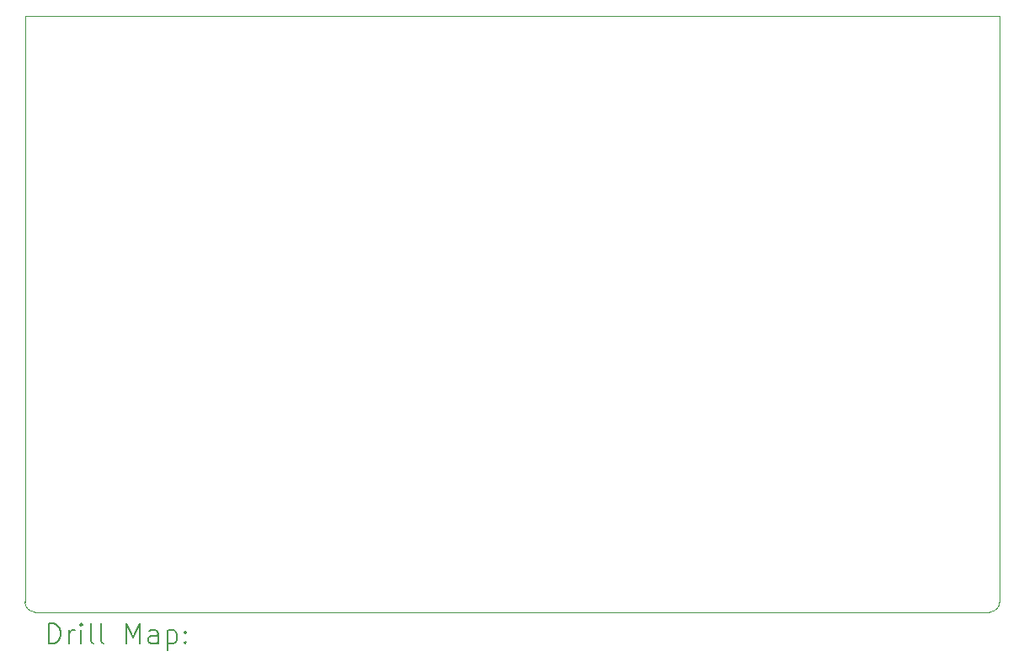
<source format=gbr>
%TF.GenerationSoftware,KiCad,Pcbnew,7.0.1*%
%TF.CreationDate,2023-07-19T12:38:50+03:00*%
%TF.ProjectId,deltaAY,64656c74-6141-4592-9e6b-696361645f70,rev?*%
%TF.SameCoordinates,Original*%
%TF.FileFunction,Drillmap*%
%TF.FilePolarity,Positive*%
%FSLAX45Y45*%
G04 Gerber Fmt 4.5, Leading zero omitted, Abs format (unit mm)*
G04 Created by KiCad (PCBNEW 7.0.1) date 2023-07-19 12:38:50*
%MOMM*%
%LPD*%
G01*
G04 APERTURE LIST*
%ADD10C,0.100000*%
%ADD11C,0.200000*%
G04 APERTURE END LIST*
D10*
X14800000Y-3000000D02*
X5000000Y-3000000D01*
X5000000Y-8900000D02*
G75*
G03*
X5100000Y-9000000I100000J0D01*
G01*
X5100000Y-9000000D02*
X14700000Y-9000000D01*
X5000000Y-3000000D02*
X5000000Y-8900000D01*
X14700000Y-9000000D02*
G75*
G03*
X14800000Y-8900000I0J100000D01*
G01*
X14800000Y-8900000D02*
X14800000Y-3000000D01*
D11*
X5242619Y-9317524D02*
X5242619Y-9117524D01*
X5242619Y-9117524D02*
X5290238Y-9117524D01*
X5290238Y-9117524D02*
X5318810Y-9127048D01*
X5318810Y-9127048D02*
X5337857Y-9146095D01*
X5337857Y-9146095D02*
X5347381Y-9165143D01*
X5347381Y-9165143D02*
X5356905Y-9203238D01*
X5356905Y-9203238D02*
X5356905Y-9231810D01*
X5356905Y-9231810D02*
X5347381Y-9269905D01*
X5347381Y-9269905D02*
X5337857Y-9288952D01*
X5337857Y-9288952D02*
X5318810Y-9308000D01*
X5318810Y-9308000D02*
X5290238Y-9317524D01*
X5290238Y-9317524D02*
X5242619Y-9317524D01*
X5442619Y-9317524D02*
X5442619Y-9184190D01*
X5442619Y-9222286D02*
X5452143Y-9203238D01*
X5452143Y-9203238D02*
X5461667Y-9193714D01*
X5461667Y-9193714D02*
X5480714Y-9184190D01*
X5480714Y-9184190D02*
X5499762Y-9184190D01*
X5566429Y-9317524D02*
X5566429Y-9184190D01*
X5566429Y-9117524D02*
X5556905Y-9127048D01*
X5556905Y-9127048D02*
X5566429Y-9136571D01*
X5566429Y-9136571D02*
X5575952Y-9127048D01*
X5575952Y-9127048D02*
X5566429Y-9117524D01*
X5566429Y-9117524D02*
X5566429Y-9136571D01*
X5690238Y-9317524D02*
X5671190Y-9308000D01*
X5671190Y-9308000D02*
X5661667Y-9288952D01*
X5661667Y-9288952D02*
X5661667Y-9117524D01*
X5795000Y-9317524D02*
X5775952Y-9308000D01*
X5775952Y-9308000D02*
X5766428Y-9288952D01*
X5766428Y-9288952D02*
X5766428Y-9117524D01*
X6023571Y-9317524D02*
X6023571Y-9117524D01*
X6023571Y-9117524D02*
X6090238Y-9260381D01*
X6090238Y-9260381D02*
X6156905Y-9117524D01*
X6156905Y-9117524D02*
X6156905Y-9317524D01*
X6337857Y-9317524D02*
X6337857Y-9212762D01*
X6337857Y-9212762D02*
X6328333Y-9193714D01*
X6328333Y-9193714D02*
X6309286Y-9184190D01*
X6309286Y-9184190D02*
X6271190Y-9184190D01*
X6271190Y-9184190D02*
X6252143Y-9193714D01*
X6337857Y-9308000D02*
X6318809Y-9317524D01*
X6318809Y-9317524D02*
X6271190Y-9317524D01*
X6271190Y-9317524D02*
X6252143Y-9308000D01*
X6252143Y-9308000D02*
X6242619Y-9288952D01*
X6242619Y-9288952D02*
X6242619Y-9269905D01*
X6242619Y-9269905D02*
X6252143Y-9250857D01*
X6252143Y-9250857D02*
X6271190Y-9241333D01*
X6271190Y-9241333D02*
X6318809Y-9241333D01*
X6318809Y-9241333D02*
X6337857Y-9231810D01*
X6433095Y-9184190D02*
X6433095Y-9384190D01*
X6433095Y-9193714D02*
X6452143Y-9184190D01*
X6452143Y-9184190D02*
X6490238Y-9184190D01*
X6490238Y-9184190D02*
X6509286Y-9193714D01*
X6509286Y-9193714D02*
X6518809Y-9203238D01*
X6518809Y-9203238D02*
X6528333Y-9222286D01*
X6528333Y-9222286D02*
X6528333Y-9279429D01*
X6528333Y-9279429D02*
X6518809Y-9298476D01*
X6518809Y-9298476D02*
X6509286Y-9308000D01*
X6509286Y-9308000D02*
X6490238Y-9317524D01*
X6490238Y-9317524D02*
X6452143Y-9317524D01*
X6452143Y-9317524D02*
X6433095Y-9308000D01*
X6614048Y-9298476D02*
X6623571Y-9308000D01*
X6623571Y-9308000D02*
X6614048Y-9317524D01*
X6614048Y-9317524D02*
X6604524Y-9308000D01*
X6604524Y-9308000D02*
X6614048Y-9298476D01*
X6614048Y-9298476D02*
X6614048Y-9317524D01*
X6614048Y-9193714D02*
X6623571Y-9203238D01*
X6623571Y-9203238D02*
X6614048Y-9212762D01*
X6614048Y-9212762D02*
X6604524Y-9203238D01*
X6604524Y-9203238D02*
X6614048Y-9193714D01*
X6614048Y-9193714D02*
X6614048Y-9212762D01*
M02*

</source>
